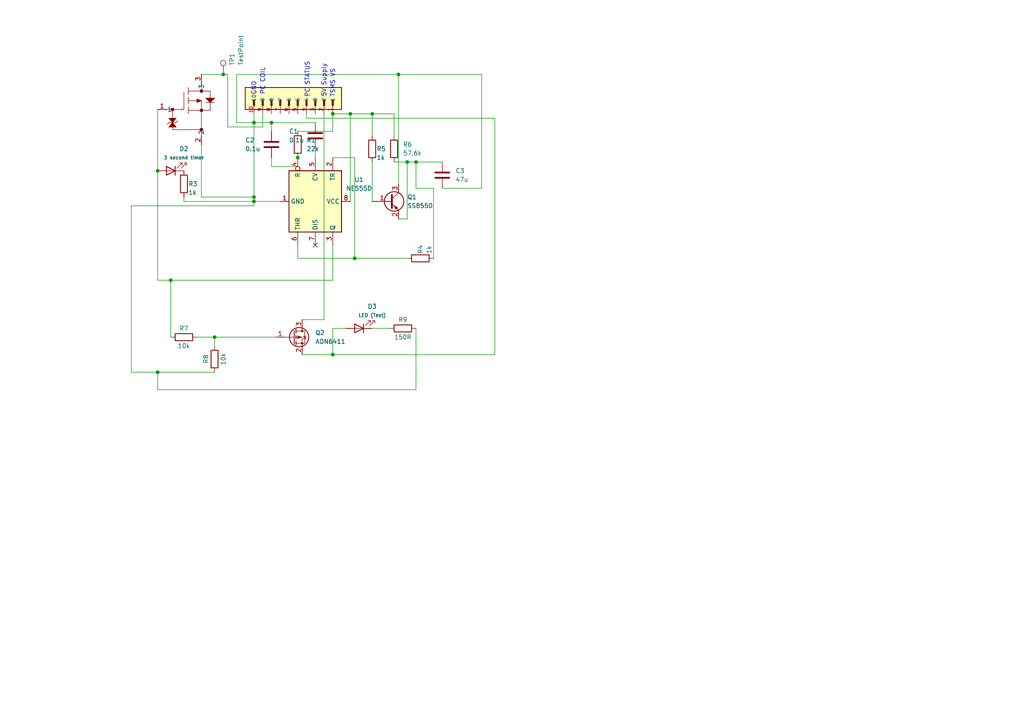
<source format=kicad_sch>
(kicad_sch (version 20231120) (generator "eeschema") (generator_version "8.0")
  (paper "A4")
  (lib_symbols
    (symbol "10 pin output:PH1-10-UA" (pin_names (offset 1.016))
      (property "Reference" "J" (at 0 28.448 0))
      (property "Value" "PH1-10-UA" (at 0 0 0))
      (symbol "PH1-10-UA_0_0"
        (polyline (pts (xy 3.81 2.54) (xy 5.08 2.54)) (stroke (width 0.6096)))
        (polyline (pts (xy 3.81 5.08) (xy 5.08 5.08)) (stroke (width 0.6096)))
        (polyline (pts (xy 3.81 7.62) (xy 5.08 7.62)) (stroke (width 0.6096)))
        (polyline (pts (xy 3.81 10.16) (xy 5.08 10.16)) (stroke (width 0.6096)))
        (polyline (pts (xy 3.81 12.7) (xy 5.08 12.7)) (stroke (width 0.6096)))
        (polyline (pts (xy 3.81 15.24) (xy 5.08 15.24)) (stroke (width 0.6096)))
        (polyline (pts (xy 3.81 17.78) (xy 5.08 17.78)) (stroke (width 0.6096)))
        (polyline (pts (xy 3.81 20.32) (xy 5.08 20.32)) (stroke (width 0.6096)))
        (polyline (pts (xy 3.81 22.86) (xy 5.08 22.86)) (stroke (width 0.6096)))
        (polyline (pts (xy 3.81 25.4) (xy 5.08 25.4)) (stroke (width 0.6096)))
        (rectangle (start 0 0) (end 6.35 27.94) (stroke (width 0.254)) (fill (type background)))
        (pin passive line (at 7.62 25.4 180) (length 2.54) (name "1") (number "1"))
        (pin passive line (at 7.62 2.54 180) (length 2.54) (name "10") (number "10"))
        (pin passive line (at 7.62 22.86 180) (length 2.54) (name "2") (number "2"))
        (pin passive line (at 7.62 20.32 180) (length 2.54) (name "3") (number "3"))
        (pin passive line (at 7.62 17.78 180) (length 2.54) (name "4") (number "4"))
        (pin passive line (at 7.62 15.24 180) (length 2.54) (name "5") (number "5"))
        (pin passive line (at 7.62 12.7 180) (length 2.54) (name "6") (number "6"))
        (pin passive line (at 7.62 10.16 180) (length 2.54) (name "7") (number "7"))
        (pin passive line (at 7.62 7.62 180) (length 2.54) (name "8") (number "8"))
        (pin passive line (at 7.62 5.08 180) (length 2.54) (name "9") (number "9"))
      )
    )
    (symbol "Connector:TestPoint" (pin_numbers hide) (pin_names (offset 0.762) hide)
      (property "Reference" "TP" (at 0 6.858 0))
      (property "Value" "TestPoint" (at 0 5.08 0))
      (symbol "TestPoint_0_1"
        (circle (center 0 3.302) (radius 0.762))
      )
      (symbol "TestPoint_1_1"
        (pin passive line (at 0 0 90) (length 2.54) (name "1") (number "1"))
      )
    )
    (symbol "Device:C" (pin_numbers hide) (pin_names (offset 0.254))
      (property "Reference" "C" (at 0.635 2.54 0))
      (property "Value" "C" (at 0.635 -2.54 0))
      (symbol "C_0_1"
        (polyline (pts (xy -2.032 -0.762) (xy 2.032 -0.762)) (stroke (width 0.508)))
        (polyline (pts (xy -2.032 0.762) (xy 2.032 0.762)) (stroke (width 0.508)))
      )
      (symbol "C_1_1"
        (pin passive line (at 0 3.81 270) (length 2.794) (name "~") (number "1"))
        (pin passive line (at 0 -3.81 90) (length 2.794) (name "~") (number "2"))
      )
    )
    (symbol "Device:LED" (pin_numbers hide) (pin_names (offset 1.016) hide)
      (property "Reference" "D" (at 0 2.54 0))
      (property "Value" "LED" (at 0 -2.54 0))
      (symbol "LED_0_1"
        (polyline (pts (xy -1.27 -1.27) (xy -1.27 1.27)) (stroke (width 0.254)))
        (polyline (pts (xy -1.27 0) (xy 1.27 0)))
        (polyline (pts (xy 1.27 -1.27) (xy 1.27 1.27) (xy -1.27 0) (xy 1.27 -1.27)) (stroke (width 0.254)))
        (polyline (pts (xy -3.048 -0.762) (xy -4.572 -2.286) (xy -3.81 -2.286) (xy -4.572 -2.286) (xy -4.572 -1.524)))
        (polyline (pts (xy -1.778 -0.762) (xy -3.302 -2.286) (xy -2.54 -2.286) (xy -3.302 -2.286) (xy -3.302 -1.524)))
      )
      (symbol "LED_1_1"
        (pin passive line (at -3.81 0 0) (length 2.54) (name "K") (number "1"))
        (pin passive line (at 3.81 0 180) (length 2.54) (name "A") (number "2"))
      )
    )
    (symbol "Device:R" (pin_numbers hide) (pin_names (offset 0))
      (property "Reference" "R" (at 2.032 0 90))
      (property "Value" "R" (at 0 0 90))
      (symbol "R_0_1"
        (rectangle (start -1.016 -2.54) (end 1.016 2.54) (stroke (width 0.254)))
      )
      (symbol "R_1_1"
        (pin passive line (at 0 3.81 270) (length 1.27) (name "~") (number "1"))
        (pin passive line (at 0 -3.81 90) (length 1.27) (name "~") (number "2"))
      )
    )
    (symbol "P-MOSFET:SSM3J56MFV_L3F" (pin_names (offset 0.254))
      (property "Reference" "MOSFET" (at 0 0 0))
      (property "Value" "SSM3J56MFV_L3F" (at 0 0 0))
      (symbol "SSM3J56MFV_L3F_0_1"
        (polyline (pts (xy 0 -7.62) (xy 4.572 -7.62)) (stroke (width 0.1524)))
        (polyline (pts (xy 0.762 -12.7) (xy 2.794 -12.7)) (stroke (width 0.1524)))
        (polyline (pts (xy 0.762 -11.43) (xy 0.254 -11.938)) (stroke (width 0.1524)))
        (polyline (pts (xy 0.762 -11.43) (xy 2.794 -11.43)) (stroke (width 0.1524)))
        (polyline (pts (xy 0.762 -10.16) (xy 1.778 -11.43)) (stroke (width 0.1524)))
        (polyline (pts (xy 1.778 -13.462) (xy 10.16 -13.462)) (stroke (width 0.1524)))
        (polyline (pts (xy 1.778 -12.7) (xy 1.778 -13.462)) (stroke (width 0.1524)))
        (polyline (pts (xy 1.778 -11.43) (xy 0.762 -12.7)) (stroke (width 0.1524)))
        (polyline (pts (xy 1.778 -11.43) (xy 2.794 -10.16)) (stroke (width 0.1524)))
        (polyline (pts (xy 1.778 -7.62) (xy 1.778 -10.16)) (stroke (width 0.1524)))
        (polyline (pts (xy 2.794 -12.7) (xy 1.778 -11.43)) (stroke (width 0.1524)))
        (polyline (pts (xy 2.794 -11.43) (xy 3.302 -10.922)) (stroke (width 0.1524)))
        (polyline (pts (xy 2.794 -10.16) (xy 0.762 -10.16)) (stroke (width 0.1524)))
        (polyline (pts (xy 5.08 -7.62) (xy 4.318 -7.62)) (stroke (width 0.1524)))
        (polyline (pts (xy 5.08 -7.62) (xy 5.08 -2.54)) (stroke (width 0.1524)))
        (polyline (pts (xy 6.35 -8.89) (xy 6.35 -6.858)) (stroke (width 0.1524)))
        (polyline (pts (xy 6.35 -7.874) (xy 12.7 -7.874)) (stroke (width 0.1524)))
        (polyline (pts (xy 6.35 -6.096) (xy 6.35 -4.064)) (stroke (width 0.1524)))
        (polyline (pts (xy 6.35 -5.08) (xy 8.89 -5.08)) (stroke (width 0.1524)))
        (polyline (pts (xy 6.35 -3.302) (xy 6.35 -1.27)) (stroke (width 0.1524)))
        (polyline (pts (xy 8.89 -5.588) (xy 10.16 -5.08)) (stroke (width 0.1524)))
        (polyline (pts (xy 8.89 -4.572) (xy 8.89 -5.588)) (stroke (width 0.1524)))
        (polyline (pts (xy 10.16 -5.08) (xy 8.89 -4.572)) (stroke (width 0.1524)))
        (polyline (pts (xy 10.16 -5.08) (xy 10.16 -15.24)) (stroke (width 0.1524)))
        (polyline (pts (xy 10.16 0) (xy 10.16 -2.286)) (stroke (width 0.1524)))
        (polyline (pts (xy 11.43 -5.588) (xy 13.97 -5.588)) (stroke (width 0.1524)))
        (polyline (pts (xy 11.43 -4.318) (xy 12.7 -5.588)) (stroke (width 0.1524)))
        (polyline (pts (xy 11.43 -4.318) (xy 13.97 -4.318)) (stroke (width 0.1524)))
        (polyline (pts (xy 12.7 -7.874) (xy 12.7 -5.588)) (stroke (width 0.1524)))
        (polyline (pts (xy 12.7 -5.588) (xy 13.97 -4.318)) (stroke (width 0.1524)))
        (polyline (pts (xy 12.7 -4.318) (xy 12.7 -2.286)) (stroke (width 0.1524)))
        (polyline (pts (xy 12.7 -2.286) (xy 6.35 -2.286)) (stroke (width 0.1524)))
        (polyline (pts (xy 8.89 -4.572) (xy 8.89 -5.588) (xy 10.16 -5.08)) (fill (type outline)))
        (polyline (pts (xy 11.43 -4.318) (xy 12.7 -5.588) (xy 13.97 -4.318)) (fill (type outline)))
        (polyline (pts (xy 0.762 -10.16) (xy 1.778 -11.43) (xy 0.762 -12.7) (xy 2.794 -12.7) (xy 1.778 -11.43) (xy 2.794 -10.16)) (fill (type outline)))
        (circle (center 1.778 -7.62) (radius 0.254) (stroke (width 0.508)))
        (circle (center 10.16 -13.462) (radius 0.254) (stroke (width 0.508)))
        (circle (center 10.16 -7.874) (radius 0.254) (stroke (width 0.508)))
        (circle (center 10.16 -2.286) (radius 0.254) (stroke (width 0.508)))
        (pin unspecified line (at -2.54 -7.62 0) (length 2.54) (name "1") (number "1"))
        (pin unspecified line (at 10.16 -17.78 90) (length 2.54) (name "2") (number "2"))
        (pin unspecified line (at 10.16 2.54 270) (length 2.54) (name "3") (number "3"))
      )
    )
    (symbol "Timer:NE555D"
      (property "Reference" "U" (at -10.16 8.89 0))
      (property "Value" "NE555D" (at 2.54 8.89 0))
      (symbol "NE555D_0_0"
        (pin power_in line (at 0 -10.16 90) (length 2.54) (name "GND") (number "1"))
        (pin power_in line (at 0 10.16 270) (length 2.54) (name "VCC") (number "8"))
      )
      (symbol "NE555D_0_1"
        (rectangle (start -8.89 -7.62) (end 8.89 7.62) (stroke (width 0.254)) (fill (type background)))
        (rectangle (start -8.89 -7.62) (end 8.89 7.62) (stroke (width 0.254)) (fill (type background)))
      )
      (symbol "NE555D_1_1"
        (pin input line (at -12.7 5.08 0) (length 3.81) (name "TR") (number "2"))
        (pin output line (at 12.7 5.08 180) (length 3.81) (name "Q") (number "3"))
        (pin input inverted (at -12.7 -5.08 0) (length 3.81) (name "R") (number "4"))
        (pin input line (at -12.7 0 0) (length 3.81) (name "CV") (number "5"))
        (pin input line (at 12.7 -5.08 180) (length 3.81) (name "THR") (number "6"))
        (pin input line (at 12.7 0 180) (length 3.81) (name "DIS") (number "7"))
      )
    )
    (symbol "Transistor_BJT:SS8550" (pin_names (offset 0) hide)
      (property "Reference" "Q" (at 5.08 1.905 0))
      (property "Value" "SS8550" (at 5.08 0 0))
      (symbol "SS8550_0_1"
        (polyline (pts (xy 0.635 0.635) (xy 2.54 2.54)))
        (polyline (pts (xy 0.635 -0.635) (xy 2.54 -2.54) (xy 2.54 -2.54)))
        (polyline (pts (xy 0.635 1.905) (xy 0.635 -1.905) (xy 0.635 -1.905)) (stroke (width 0.508)))
        (polyline (pts (xy 2.286 -1.778) (xy 1.778 -2.286) (xy 1.27 -1.27) (xy 2.286 -1.778) (xy 2.286 -1.778)) (fill (type outline)))
        (circle (center 1.27 0) (radius 2.8194) (stroke (width 0.254)))
      )
      (symbol "SS8550_1_1"
        (pin input line (at -5.08 0 0) (length 5.715) (name "B") (number "1"))
        (pin passive line (at 2.54 -5.08 90) (length 2.54) (name "E") (number "2"))
        (pin passive line (at 2.54 5.08 270) (length 2.54) (name "C") (number "3"))
      )
    )
    (symbol "Transistor_FET:AON6411" (pin_names hide)
      (property "Reference" "Q" (at 5.08 1.905 0))
      (property "Value" "AON6411" (at 5.08 0 0))
      (symbol "AON6411_0_1"
        (polyline (pts (xy 0.254 0) (xy -2.54 0)))
        (polyline (pts (xy 0.254 1.905) (xy 0.254 -1.905)) (stroke (width 0.254)))
        (polyline (pts (xy 0.762 -1.27) (xy 0.762 -2.286)) (stroke (width 0.254)))
        (polyline (pts (xy 0.762 0.508) (xy 0.762 -0.508)) (stroke (width 0.254)))
        (polyline (pts (xy 0.762 2.286) (xy 0.762 1.27)) (stroke (width 0.254)))
        (polyline (pts (xy 2.54 2.54) (xy 2.54 1.778)))
        (polyline (pts (xy 2.54 -2.54) (xy 2.54 0) (xy 0.762 0)))
        (polyline (pts (xy 0.762 1.778) (xy 3.302 1.778) (xy 3.302 -1.778) (xy 0.762 -1.778)))
        (polyline (pts (xy 2.286 0) (xy 1.27 0.381) (xy 1.27 -0.381) (xy 2.286 0)) (fill (type outline)))
        (polyline (pts (xy 2.794 -0.508) (xy 2.921 -0.381) (xy 3.683 -0.381) (xy 3.81 -0.254)))
        (polyline (pts (xy 3.302 -0.381) (xy 2.921 0.254) (xy 3.683 0.254) (xy 3.302 -0.381)))
        (circle (center 1.651 0) (radius 2.794) (stroke (width 0.254)))
        (circle (center 2.54 -1.778) (radius 0.254) (fill (type outline)))
        (circle (center 2.54 1.778) (radius 0.254) (fill (type outline)))
      )
      (symbol "AON6411_1_1"
        (pin unspecified line (at -5.08 0 0) (length 2.54) (name "G") (number "1"))
        (pin unspecified line (at 2.54 -5.08 90) (length 2.54) (name "S") (number "2"))
        (pin unspecified line (at 2.54 5.08 270) (length 2.54) (name "D") (number "3"))
      )
    )
  )
  (junction (at 78.74 35.56))
  (junction (at 73.66 57.15))
  (junction (at 73.66 58.42))
  (junction (at 73.66 35.56))
  (junction (at 64.77 21.59))
  (junction (at 45.72 107.95))
  (junction (at 96.52 102.87))
  (junction (at 45.72 49.53))
  (junction (at 115.57 21.59))
  (junction (at 96.52 33.02))
  (junction (at 107.95 33.02))
  (junction (at 120.65 46.99))
  (junction (at 101.6 33.02))
  (junction (at 102.87 74.93))
  (junction (at 86.36 45.72))
  (junction (at 118.11 46.99))
  (junction (at 49.53 81.28))
  (junction (at 62.23 97.79))
  (no_connect (at 91.44 71.12))
  (wire (pts (xy 73.66 57.15) (xy 73.66 58.42)))
  (wire (pts (xy 78.74 35.56) (xy 91.44 35.56)))
  (wire (pts (xy 101.6 33.02) (xy 107.95 33.02)))
  (wire (pts (xy 107.95 33.02) (xy 114.3 33.02)))
  (wire (pts (xy 120.65 46.99) (xy 128.27 46.99)))
  (wire (pts (xy 93.98 92.71) (xy 87.63 92.71)))
  (wire (pts (xy 66.04 36.83) (xy 66.04 21.59)))
  (wire (pts (xy 125.73 54.61) (xy 120.65 54.61)))
  (wire (pts (xy 78.74 45.72) (xy 78.74 48.26)))
  (wire (pts (xy 102.87 74.93) (xy 118.11 74.93)))
  (wire (pts (xy 143.51 34.29) (xy 88.9 34.29)))
  (wire (pts (xy 45.72 31.75) (xy 45.72 49.53)))
  (wire (pts (xy 86.36 45.72) (xy 86.36 48.26)))
  (wire (pts (xy 101.6 33.02) (xy 96.52 33.02)))
  (wire (pts (xy 73.66 33.02) (xy 73.66 35.56)))
  (wire (pts (xy 49.53 81.28) (xy 96.52 81.28)))
  (wire (pts (xy 120.65 54.61) (xy 120.65 46.99)))
  (wire (pts (xy 53.34 57.15) (xy 53.34 58.42)))
  (wire (pts (xy 58.42 57.15) (xy 73.66 57.15)))
  (wire (pts (xy 114.3 46.99) (xy 118.11 46.99)))
  (wire (pts (xy 118.11 46.99) (xy 118.11 63.5)))
  (wire (pts (xy 64.77 21.59) (xy 58.42 21.59)))
  (wire (pts (xy 118.11 46.99) (xy 120.65 46.99)))
  (wire (pts (xy 96.52 102.87) (xy 96.52 95.25)))
  (wire (pts (xy 120.65 95.25) (xy 120.65 113.03)))
  (wire (pts (xy 86.36 71.12) (xy 86.36 74.93)))
  (wire (pts (xy 62.23 97.79) (xy 62.23 100.33)))
  (wire (pts (xy 86.36 38.1) (xy 96.52 38.1)))
  (wire (pts (xy 114.3 33.02) (xy 114.3 39.37)))
  (wire (pts (xy 115.57 21.59) (xy 68.58 21.59)))
  (wire (pts (xy 96.52 71.12) (xy 96.52 81.28)))
  (wire (pts (xy 62.23 97.79) (xy 80.01 97.79)))
  (wire (pts (xy 38.1 59.69) (xy 73.66 59.69)))
  (wire (pts (xy 73.66 35.56) (xy 73.66 57.15)))
  (wire (pts (xy 91.44 43.18) (xy 91.44 45.72)))
  (wire (pts (xy 68.58 35.56) (xy 73.66 35.56)))
  (wire (pts (xy 93.98 33.02) (xy 93.98 92.71)))
  (wire (pts (xy 101.6 58.42) (xy 101.6 33.02)))
  (wire (pts (xy 96.52 38.1) (xy 96.52 33.02)))
  (wire (pts (xy 66.04 21.59) (xy 64.77 21.59)))
  (wire (pts (xy 76.2 33.02) (xy 76.2 36.83)))
  (wire (pts (xy 102.87 45.72) (xy 102.87 74.93)))
  (wire (pts (xy 115.57 21.59) (xy 115.57 53.34)))
  (wire (pts (xy 76.2 36.83) (xy 66.04 36.83)))
  (wire (pts (xy 125.73 74.93) (xy 125.73 54.61)))
  (wire (pts (xy 45.72 113.03) (xy 45.72 107.95)))
  (wire (pts (xy 62.23 107.95) (xy 45.72 107.95)))
  (wire (pts (xy 87.63 102.87) (xy 96.52 102.87)))
  (wire (pts (xy 78.74 35.56) (xy 78.74 38.1)))
  (wire (pts (xy 53.34 58.42) (xy 73.66 58.42)))
  (wire (pts (xy 45.72 49.53) (xy 45.72 81.28)))
  (wire (pts (xy 73.66 35.56) (xy 78.74 35.56)))
  (wire (pts (xy 81.28 58.42) (xy 73.66 58.42)))
  (wire (pts (xy 73.66 59.69) (xy 73.66 58.42)))
  (wire (pts (xy 120.65 113.03) (xy 45.72 113.03)))
  (wire (pts (xy 143.51 102.87) (xy 143.51 34.29)))
  (wire (pts (xy 107.95 46.99) (xy 107.95 58.42)))
  (wire (pts (xy 107.95 95.25) (xy 113.03 95.25)))
  (wire (pts (xy 68.58 21.59) (xy 68.58 35.56)))
  (wire (pts (xy 115.57 63.5) (xy 118.11 63.5)))
  (wire (pts (xy 58.42 41.91) (xy 58.42 57.15)))
  (wire (pts (xy 96.52 95.25) (xy 100.33 95.25)))
  (wire (pts (xy 57.15 97.79) (xy 62.23 97.79)))
  (wire (pts (xy 88.9 34.29) (xy 88.9 33.02)))
  (wire (pts (xy 86.36 74.93) (xy 102.87 74.93)))
  (wire (pts (xy 139.7 21.59) (xy 115.57 21.59)))
  (wire (pts (xy 45.72 81.28) (xy 49.53 81.28)))
  (wire (pts (xy 107.95 33.02) (xy 107.95 39.37)))
  (wire (pts (xy 128.27 54.61) (xy 139.7 54.61)))
  (wire (pts (xy 38.1 107.95) (xy 38.1 59.69)))
  (wire (pts (xy 45.72 107.95) (xy 38.1 107.95)))
  (wire (pts (xy 96.52 45.72) (xy 102.87 45.72)))
  (wire (pts (xy 96.52 102.87) (xy 143.51 102.87)))
  (wire (pts (xy 78.74 48.26) (xy 86.36 48.26)))
  (wire (pts (xy 49.53 81.28) (xy 49.53 97.79)))
  (wire (pts (xy 139.7 54.61) (xy 139.7 21.59)))
  (text "GND" (at 73.66 25.654 90) (effects (font (size 1.27 1.27))))
  (text "PC COIL" (at 76.2 23.622 90) (effects (font (size 1.27 1.27))))
  (text "TSMS VS" (at 96.52 24.13 90) (effects (font (size 1.27 1.27))))
  (text "PC STATUS" (at 89.154 23.114 90) (effects (font (size 1.27 1.27))))
  (text "5V Supply" (at 93.98 23.368 90) (effects (font (size 1.27 1.27))))
  (symbol (lib_id "Device:LED") (at 104.14 95.25 180) (unit 1)
    (property "Reference" "D3" (at 107.95 88.9 0))
    (property "Value" "LED (Test)" (at 107.95 91.44 0) (effects (font (size 1 1))))
    (property "Footprint" "Yellow RTDS LED:LED_AP3216SYD_KNB" (effects (hide yes)))
  )
  (symbol (lib_id "Device:R") (at 121.92 74.93 90) (unit 1)
    (property "Reference" "R4" (at 121.92 73.66 0) (effects (justify left)))
    (property "Value" "1k" (at 124.46 73.66 0) (effects (justify left)))
    (property "Footprint" "1k Resistor:STA_RMCF0603_STP" (effects (hide yes)))
  )
  (symbol (lib_id "Timer:NE555D") (at 91.44 58.42 270) (unit 1)
    (property "Reference" "U1" (at 104.14 52.1014 90))
    (property "Value" "NE555D" (at 104.14 54.6414 90))
    (property "Footprint" "555 Timer:SOIC127P599X175-8N" (effects (hide yes)))
    (property "Datasheet" "http://www.ti.com/lit/ds/symlink/ne555.pdf" (effects (hide yes)))
  )
  (symbol (lib_id "Transistor_BJT:SS8550") (at 113.03 58.42 0) (unit 1)
    (property "Reference" "Q1" (at 118.11 57.1499 0) (effects (justify left)))
    (property "Value" "SS8550" (at 118.11 59.6899 0) (effects (justify left)))
    (property "Footprint" "Transistor:SOT-23_MCC" (effects (hide yes)))
    (property "Datasheet" "http://www.secosgmbh.com/datasheet/products/SSMPTransistor/SOT-23/SS8550.pdf" (effects (hide yes)))
    (property "Description" "General Purpose PNP Transistor, 1.5A Ic, 25V Vce, SOT-23" (effects (hide yes)))
  )
  (symbol (lib_id "Device:LED") (at 49.53 49.53 180) (unit 1)
    (property "Reference" "D2" (at 53.34 43.18 0))
    (property "Value" "3 second timer" (at 53.34 45.72 0) (effects (font (size 1 1))))
    (property "Footprint" "Yellow RTDS LED:LED_AP3216SYD_KNB" (effects (hide yes)))
  )
  (symbol (lib_id "Device:R") (at 114.3 43.18 0) (unit 1)
    (property "Reference" "R6" (at 116.84 41.91 0) (effects (justify left)))
    (property "Value" "57.6k" (at 116.84 44.45 0) (effects (justify left)))
    (property "Footprint" "CF14JT10K0:STA_CF14_STP" (effects (hide yes)))
  )
  (symbol (lib_id "P-MOSFET:SSM3J56MFV_L3F") (at 48.26 24.13 0) (unit 1)
    (property "Reference" "MOSFET1" (effects (hide yes)))
    (property "Value" "SSM3J56MFV_L3F" (effects (hide yes)))
    (property "Footprint" "P-MOSFET:VESM_TOS" (effects (hide yes)))
    (property "Datasheet" "SSM3J56MFV_L3F" (effects (hide yes)))
  )
  (symbol (lib_id "Device:C") (at 78.74 41.91 0) (unit 1)
    (property "Reference" "C2" (at 71.12 40.64 0) (effects (justify left)))
    (property "Value" "0.1u" (at 71.12 43.18 0) (effects (justify left)))
    (property "Footprint" "Capacitor 0.1u:CAP_CL31_SAM" (effects (hide yes)))
  )
  (symbol (lib_id "10 pin output:PH1-10-UA") (at 71.12 25.4 270) (unit 1)
    (property "Reference" "J1" (effects (hide yes)))
    (property "Value" "PH1-10-UA" (effects (hide yes)))
    (property "Footprint" "10 pin output:1X10-2.54MM-THT" (effects (hide yes)))
    (property "MF" "Adam Tech" (effects (hide yes)))
    (property "Description_1" "\n                        \n                            Connector Header Through Hole 10 position 0.100 (2.54mm)\n                        \n" (effects (hide yes)))
    (property "Package" "None" (effects (hide yes)))
    (property "Price" "None" (effects (hide yes)))
    (property "SnapEDA_Link" "https://www.snapeda.com/parts/PH1-10-UA/Adam+Tech/view-part/?ref=snap" (effects (hide yes)))
    (property "MP" "PH1-10-UA" (effects (hide yes)))
    (property "Availability" "In Stock" (effects (hide yes)))
    (property "Check_prices" "https://www.snapeda.com/parts/PH1-10-UA/Adam+Tech/view-part/?ref=eda" (effects (hide yes)))
  )
  (symbol (lib_id "Transistor_FET:AON6411") (at 85.09 97.79 0) (unit 1)
    (property "Reference" "Q2" (at 91.44 96.52 0) (effects (justify left)))
    (property "Value" "AON6411" (at 91.44 99.06 0) (effects (justify left)))
    (property "Footprint" "P-MOSFET:VESM_TOS" (effects (hide yes)))
    (property "Datasheet" "http://www.aosmd.com/res/data_sheets/AON6411.pdf" (effects (hide yes)))
  )
  (symbol (lib_id "Device:R") (at 53.34 97.79 90) (unit 1)
    (property "Reference" "R7" (at 53.34 95.25 90))
    (property "Value" "10k" (at 53.34 100.33 90))
    (property "Footprint" "CF14JT10K0:STA_CF14_STP" (effects (hide yes)))
  )
  (symbol (lib_id "Device:R") (at 86.36 41.91 180) (unit 1)
    (property "Reference" "R1" (at 88.9 40.6399 0) (effects (justify right)))
    (property "Value" "22k" (at 88.9 43.1799 0) (effects (justify right)))
    (property "Footprint" "22k resistor:STA_RMCF0805_STP" (effects (hide yes)))
  )
  (symbol (lib_id "Connector:TestPoint") (at 64.77 21.59 0) (unit 1)
    (property "Reference" "TP1" (at 67.31 19.05 90) (effects (justify left)))
    (property "Value" "TestPoint" (at 69.85 19.05 90) (effects (justify left)))
    (property "Footprint" "TestPoint:TestPoint_Loop_D2.60mm_Drill1.6mm_Beaded" (effects (hide yes)))
  )
  (symbol (lib_id "Device:R") (at 62.23 104.14 180) (unit 1)
    (property "Reference" "R8" (at 59.69 104.14 90))
    (property "Value" "10k" (at 64.77 104.14 90))
    (property "Footprint" "CF14JT10K0:STA_CF14_STP" (effects (hide yes)))
  )
  (symbol (lib_id "Device:R") (at 53.34 53.34 0) (unit 1)
    (property "Reference" "R3" (at 54.61 53.34 0) (effects (justify left)))
    (property "Value" "1k" (at 54.61 55.88 0) (effects (justify left)))
    (property "Footprint" "1k Resistor:STA_RMCF0603_STP" (effects (hide yes)))
  )
  (symbol (lib_id "Device:R") (at 116.84 95.25 90) (unit 1)
    (property "Reference" "R9" (at 116.84 92.71 90))
    (property "Value" "150R" (at 116.84 97.79 90))
    (property "Footprint" "150 Ohm resistor:RC0805N_YAG" (effects (hide yes)))
  )
  (symbol (lib_id "Device:R") (at 107.95 43.18 0) (unit 1)
    (property "Reference" "R5" (at 109.22 43.18 0) (effects (justify left)))
    (property "Value" "1k" (at 109.22 45.72 0) (effects (justify left)))
    (property "Footprint" "1k Resistor:STA_RMCF0603_STP" (effects (hide yes)))
  )
  (symbol (lib_id "Device:C") (at 91.44 39.37 0) (unit 1)
    (property "Reference" "C1" (at 83.82 38.1 0) (effects (justify left)))
    (property "Value" "0.1u" (at 83.82 40.64 0) (effects (justify left)))
    (property "Footprint" "Capacitor 0.1u:CAP_CL31_SAM" (effects (hide yes)))
  )
  (symbol (lib_id "Device:C") (at 128.27 50.8 0) (unit 1)
    (property "Reference" "C3" (at 132.08 49.53 0) (effects (justify left)))
    (property "Value" "47u" (at 132.08 52.07 0) (effects (justify left)))
    (property "Footprint" "Capacitor 47u:CAP_CL32_SAM" (effects (hide yes)))
  )
)
</source>
